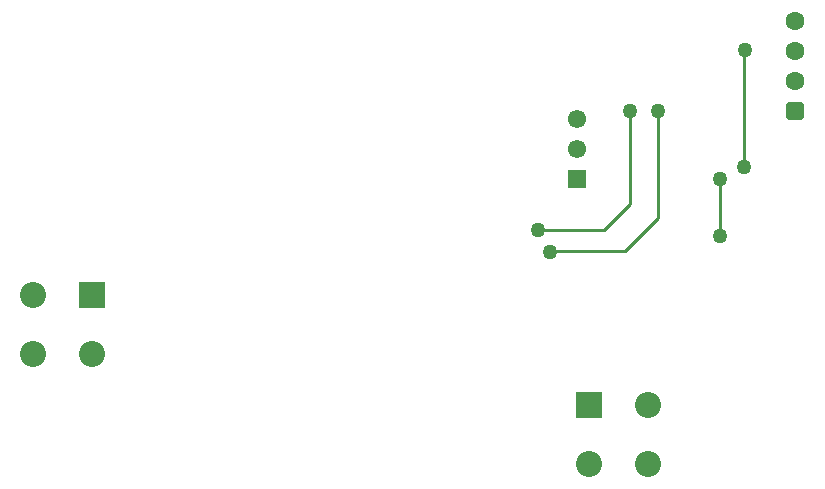
<source format=gbl>
G04*
G04 #@! TF.GenerationSoftware,Altium Limited,Altium Designer,24.9.1 (31)*
G04*
G04 Layer_Physical_Order=2*
G04 Layer_Color=16711680*
%FSLAX44Y44*%
%MOMM*%
G71*
G04*
G04 #@! TF.SameCoordinates,0B797857-0A8E-427F-998E-046D245C4392*
G04*
G04*
G04 #@! TF.FilePolarity,Positive*
G04*
G01*
G75*
%ADD29R,1.5500X1.5500*%
%ADD30C,1.5500*%
%ADD31R,2.2098X2.2098*%
%ADD32C,2.2098*%
%ADD33R,2.2098X2.2098*%
%ADD35C,0.2540*%
%ADD36C,1.6000*%
G04:AMPARAMS|DCode=37|XSize=1.6mm|YSize=1.6mm|CornerRadius=0.4mm|HoleSize=0mm|Usage=FLASHONLY|Rotation=90.000|XOffset=0mm|YOffset=0mm|HoleType=Round|Shape=RoundedRectangle|*
%AMROUNDEDRECTD37*
21,1,1.6000,0.8000,0,0,90.0*
21,1,0.8000,1.6000,0,0,90.0*
1,1,0.8000,0.4000,0.4000*
1,1,0.8000,0.4000,-0.4000*
1,1,0.8000,-0.4000,-0.4000*
1,1,0.8000,-0.4000,0.4000*
%
%ADD37ROUNDEDRECTD37*%
%ADD38C,1.2700*%
D29*
X551180Y287020D02*
D03*
D30*
Y312420D02*
D03*
Y337820D02*
D03*
D31*
X560870Y95250D02*
D03*
D32*
Y45250D02*
D03*
X610870D02*
D03*
Y95250D02*
D03*
X90170Y188430D02*
D03*
Y138430D02*
D03*
X140170D02*
D03*
D33*
Y188430D02*
D03*
D35*
X671830Y238760D02*
Y287020D01*
X573770Y243570D02*
X595630Y265430D01*
X517890Y243570D02*
X573770D01*
X591820Y226060D02*
X619760Y254000D01*
Y344170D01*
X529590Y226060D02*
X591820D01*
X692785Y395605D02*
X693420Y396240D01*
X528320Y224790D02*
X529590Y226060D01*
X692785Y297815D02*
Y395605D01*
X692150Y297180D02*
X692785Y297815D01*
X595630Y265430D02*
Y344170D01*
D36*
X735330Y420370D02*
D03*
Y394970D02*
D03*
Y369570D02*
D03*
D37*
Y344170D02*
D03*
D38*
X671830Y287020D02*
D03*
Y238760D02*
D03*
X692150Y297180D02*
D03*
X619760Y344170D02*
D03*
X595630D02*
D03*
X517890Y243570D02*
D03*
X528320Y224790D02*
D03*
X693420Y396240D02*
D03*
M02*

</source>
